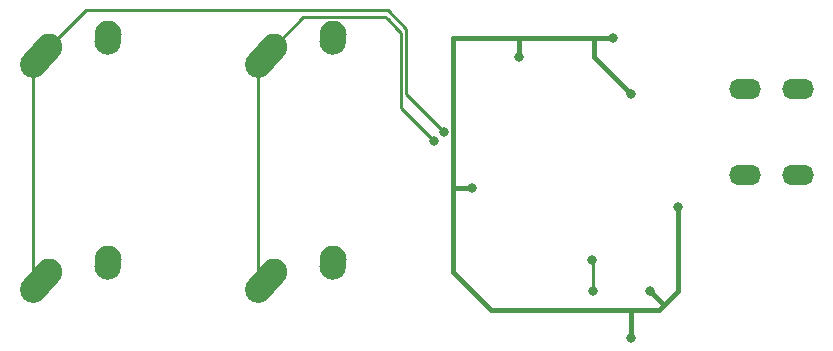
<source format=gbr>
%TF.GenerationSoftware,KiCad,Pcbnew,7.0.8*%
%TF.CreationDate,2023-10-09T20:52:53+02:00*%
%TF.ProjectId,keyboard,6b657962-6f61-4726-942e-6b696361645f,rev?*%
%TF.SameCoordinates,Original*%
%TF.FileFunction,Copper,L1,Top*%
%TF.FilePolarity,Positive*%
%FSLAX46Y46*%
G04 Gerber Fmt 4.6, Leading zero omitted, Abs format (unit mm)*
G04 Created by KiCad (PCBNEW 7.0.8) date 2023-10-09 20:52:53*
%MOMM*%
%LPD*%
G01*
G04 APERTURE LIST*
G04 Aperture macros list*
%AMHorizOval*
0 Thick line with rounded ends*
0 $1 width*
0 $2 $3 position (X,Y) of the first rounded end (center of the circle)*
0 $4 $5 position (X,Y) of the second rounded end (center of the circle)*
0 Add line between two ends*
20,1,$1,$2,$3,$4,$5,0*
0 Add two circle primitives to create the rounded ends*
1,1,$1,$2,$3*
1,1,$1,$4,$5*%
G04 Aperture macros list end*
%TA.AperFunction,ComponentPad*%
%ADD10HorizOval,2.250000X0.655001X0.730000X-0.655001X-0.730000X0*%
%TD*%
%TA.AperFunction,ComponentPad*%
%ADD11C,2.250000*%
%TD*%
%TA.AperFunction,ComponentPad*%
%ADD12HorizOval,2.250000X0.020000X0.290000X-0.020000X-0.290000X0*%
%TD*%
%TA.AperFunction,ComponentPad*%
%ADD13O,2.700000X1.700000*%
%TD*%
%TA.AperFunction,ViaPad*%
%ADD14C,0.800000*%
%TD*%
%TA.AperFunction,Conductor*%
%ADD15C,0.254000*%
%TD*%
%TA.AperFunction,Conductor*%
%ADD16C,0.381000*%
%TD*%
G04 APERTURE END LIST*
D10*
%TO.P,MX1,1,COL*%
%TO.N,Col0*%
X109557501Y-61817500D03*
D11*
X110212500Y-61087500D03*
D12*
%TO.P,MX1,2,ROW*%
%TO.N,Net-(D1-A)*%
X115232500Y-60297500D03*
D11*
X115252500Y-60007500D03*
%TD*%
D10*
%TO.P,MX3,1,COL*%
%TO.N,Col0*%
X109557501Y-80867500D03*
D11*
X110212500Y-80137500D03*
D12*
%TO.P,MX3,2,ROW*%
%TO.N,Net-(D3-A)*%
X115232500Y-79347500D03*
D11*
X115252500Y-79057500D03*
%TD*%
D10*
%TO.P,MX4,1,COL*%
%TO.N,Col1*%
X128607501Y-80867500D03*
D11*
X129262500Y-80137500D03*
D12*
%TO.P,MX4,2,ROW*%
%TO.N,Net-(D4-A)*%
X134282500Y-79347500D03*
D11*
X134302500Y-79057500D03*
%TD*%
D10*
%TO.P,MX2,1,COL*%
%TO.N,Col1*%
X128607501Y-61817500D03*
D11*
X129262500Y-61087500D03*
D12*
%TO.P,MX2,2,ROW*%
%TO.N,Net-(D2-A)*%
X134282500Y-60297500D03*
D11*
X134302500Y-60007500D03*
%TD*%
D13*
%TO.P,USB1,6,SHIELD*%
%TO.N,unconnected-(USB1-SHIELD-Pad6)*%
X173638000Y-71912500D03*
X173638000Y-64612500D03*
X169138000Y-71912500D03*
X169138000Y-64612500D03*
%TD*%
D14*
%TO.N,Net-(U1-XTAL2)*%
X156258569Y-79128960D03*
X156339250Y-81756250D03*
%TO.N,+5V*%
X159543750Y-65087500D03*
X157956250Y-60325000D03*
X163512500Y-74612500D03*
X159543750Y-85725000D03*
X146050000Y-73025000D03*
X150018750Y-61912500D03*
X161131250Y-81756250D03*
%TO.N,Col0*%
X143668750Y-68262500D03*
%TO.N,Col1*%
X142875000Y-69056250D03*
%TD*%
D15*
%TO.N,Net-(U1-XTAL2)*%
X156339250Y-79209641D02*
X156258569Y-79128960D01*
X156339250Y-81756250D02*
X156339250Y-79209641D01*
D16*
%TO.N,+5V*%
X144462500Y-72231250D02*
X144462500Y-73025000D01*
X159543750Y-83343750D02*
X159543750Y-85725000D01*
X157956250Y-60325000D02*
X156368750Y-60325000D01*
X162321875Y-82946875D02*
X163512500Y-81756250D01*
X149225000Y-60325000D02*
X145256250Y-60325000D01*
X150018750Y-61912500D02*
X150018750Y-60325000D01*
X144462500Y-73025000D02*
X144462500Y-80168750D01*
X159543750Y-83343750D02*
X161925000Y-83343750D01*
X156368750Y-60325000D02*
X156368750Y-61912500D01*
X144462500Y-80168750D02*
X147637500Y-83343750D01*
X161131250Y-81756250D02*
X162321875Y-82946875D01*
X150018750Y-60325000D02*
X149225000Y-60325000D01*
X163512500Y-81756250D02*
X163512500Y-74612500D01*
X145256250Y-60325000D02*
X144462500Y-60325000D01*
X144462500Y-60325000D02*
X144462500Y-72231250D01*
X147637500Y-83343750D02*
X159543750Y-83343750D01*
X156368750Y-60325000D02*
X150018750Y-60325000D01*
X146050000Y-73025000D02*
X144462500Y-73025000D01*
X156368750Y-61912500D02*
X159543750Y-65087500D01*
X161925000Y-83343750D02*
X162321875Y-82946875D01*
D15*
%TO.N,Col0*%
X113356250Y-57943750D02*
X114300000Y-57943750D01*
X110212500Y-61087500D02*
X113356250Y-57943750D01*
X108902500Y-62547500D02*
X108902500Y-81597500D01*
X114300000Y-57943750D02*
X138906250Y-57943750D01*
X140493750Y-65087500D02*
X143668750Y-68262500D01*
X140493750Y-59531250D02*
X140493750Y-65087500D01*
X138906250Y-57943750D02*
X140493750Y-59531250D01*
%TO.N,Col1*%
X138906250Y-58737500D02*
X139700000Y-59531250D01*
X131791426Y-58558574D02*
X138727324Y-58558574D01*
X139700000Y-59531250D02*
X140039750Y-59871000D01*
X138727324Y-58558574D02*
X138906250Y-58737500D01*
X140039750Y-59871000D02*
X140039750Y-65087500D01*
X140039750Y-65087500D02*
X140039750Y-66221000D01*
X140039750Y-66221000D02*
X142875000Y-69056250D01*
X127952500Y-62547500D02*
X127952500Y-81597500D01*
X129262500Y-61087500D02*
X131791426Y-58558574D01*
%TD*%
M02*

</source>
